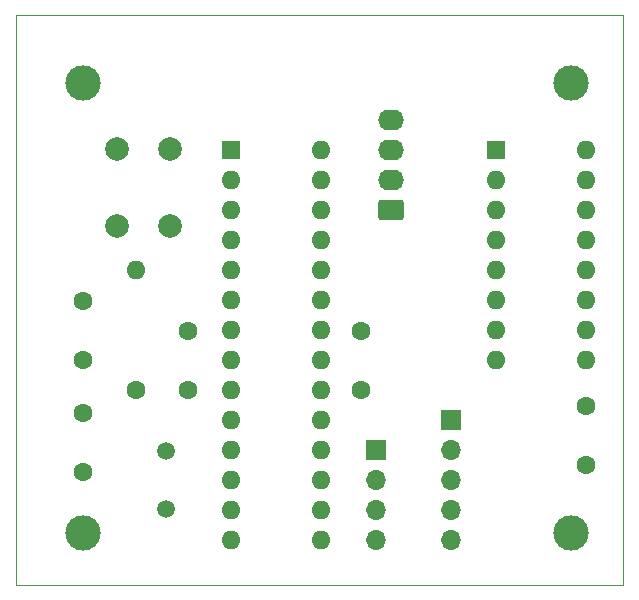
<source format=gbr>
%TF.GenerationSoftware,KiCad,Pcbnew,6.0.0*%
%TF.CreationDate,2022-01-08T11:12:03+01:00*%
%TF.ProjectId,lidar,6c696461-722e-46b6-9963-61645f706362,0.1.0*%
%TF.SameCoordinates,Original*%
%TF.FileFunction,Soldermask,Bot*%
%TF.FilePolarity,Negative*%
%FSLAX46Y46*%
G04 Gerber Fmt 4.6, Leading zero omitted, Abs format (unit mm)*
G04 Created by KiCad (PCBNEW 6.0.0) date 2022-01-08 11:12:03*
%MOMM*%
%LPD*%
G01*
G04 APERTURE LIST*
G04 Aperture macros list*
%AMRoundRect*
0 Rectangle with rounded corners*
0 $1 Rounding radius*
0 $2 $3 $4 $5 $6 $7 $8 $9 X,Y pos of 4 corners*
0 Add a 4 corners polygon primitive as box body*
4,1,4,$2,$3,$4,$5,$6,$7,$8,$9,$2,$3,0*
0 Add four circle primitives for the rounded corners*
1,1,$1+$1,$2,$3*
1,1,$1+$1,$4,$5*
1,1,$1+$1,$6,$7*
1,1,$1+$1,$8,$9*
0 Add four rect primitives between the rounded corners*
20,1,$1+$1,$2,$3,$4,$5,0*
20,1,$1+$1,$4,$5,$6,$7,0*
20,1,$1+$1,$6,$7,$8,$9,0*
20,1,$1+$1,$8,$9,$2,$3,0*%
G04 Aperture macros list end*
%TA.AperFunction,Profile*%
%ADD10C,0.100000*%
%TD*%
%ADD11C,1.600000*%
%ADD12C,3.000000*%
%ADD13R,1.700000X1.700000*%
%ADD14O,1.700000X1.700000*%
%ADD15C,2.000000*%
%ADD16O,1.600000X1.600000*%
%ADD17R,1.600000X1.600000*%
%ADD18C,1.500000*%
%ADD19RoundRect,0.250000X0.845000X-0.620000X0.845000X0.620000X-0.845000X0.620000X-0.845000X-0.620000X0*%
%ADD20O,2.190000X1.740000*%
G04 APERTURE END LIST*
D10*
X49530000Y-62225000D02*
X100965000Y-62225000D01*
X100965000Y-62225000D02*
X100965000Y-110485000D01*
X100965000Y-110485000D02*
X49530000Y-110485000D01*
X49530000Y-110485000D02*
X49530000Y-62225000D01*
D11*
%TO.C,C3*%
X97790000Y-95290000D03*
X97790000Y-100290000D03*
%TD*%
D12*
%TO.C,REF2*%
X96520000Y-67945000D03*
%TD*%
D11*
%TO.C,C4*%
X55245000Y-91395000D03*
X55245000Y-86395000D03*
%TD*%
D13*
%TO.C,J3*%
X86360000Y-96520000D03*
D14*
X86360000Y-99060000D03*
X86360000Y-101600000D03*
X86360000Y-104140000D03*
X86360000Y-106680000D03*
%TD*%
D12*
%TO.C,REF1*%
X55245000Y-67940000D03*
%TD*%
D11*
%TO.C,C1*%
X78740000Y-93935000D03*
X78740000Y-88935000D03*
%TD*%
D15*
%TO.C,SW1*%
X58075000Y-73585000D03*
X58075000Y-80085000D03*
X62575000Y-73585000D03*
X62575000Y-80085000D03*
%TD*%
D11*
%TO.C,R1*%
X59690000Y-93975000D03*
D16*
X59690000Y-83815000D03*
%TD*%
D11*
%TO.C,C5*%
X55245000Y-100925000D03*
X55245000Y-95925000D03*
%TD*%
%TO.C,C2*%
X64135000Y-88935000D03*
X64135000Y-93935000D03*
%TD*%
D12*
%TO.C,REF4*%
X55245000Y-106045000D03*
%TD*%
D17*
%TO.C,U2*%
X90170000Y-73645000D03*
D16*
X90170000Y-76185000D03*
X90170000Y-78725000D03*
X90170000Y-81265000D03*
X90170000Y-83805000D03*
X90170000Y-86345000D03*
X90170000Y-88885000D03*
X90170000Y-91425000D03*
X97790000Y-91425000D03*
X97790000Y-88885000D03*
X97790000Y-86345000D03*
X97790000Y-83805000D03*
X97790000Y-81265000D03*
X97790000Y-78725000D03*
X97790000Y-76185000D03*
X97790000Y-73645000D03*
%TD*%
D13*
%TO.C,J2*%
X80010000Y-99065000D03*
D14*
X80010000Y-101605000D03*
X80010000Y-104145000D03*
X80010000Y-106685000D03*
%TD*%
D12*
%TO.C,REF3*%
X96520000Y-106045000D03*
%TD*%
D17*
%TO.C,U1*%
X67720000Y-73655000D03*
D16*
X67720000Y-76195000D03*
X67720000Y-78735000D03*
X67720000Y-81275000D03*
X67720000Y-83815000D03*
X67720000Y-86355000D03*
X67720000Y-88895000D03*
X67720000Y-91435000D03*
X67720000Y-93975000D03*
X67720000Y-96515000D03*
X67720000Y-99055000D03*
X67720000Y-101595000D03*
X67720000Y-104135000D03*
X67720000Y-106675000D03*
X75340000Y-106675000D03*
X75340000Y-104135000D03*
X75340000Y-101595000D03*
X75340000Y-99055000D03*
X75340000Y-96515000D03*
X75340000Y-93975000D03*
X75340000Y-91435000D03*
X75340000Y-88895000D03*
X75340000Y-86355000D03*
X75340000Y-83815000D03*
X75340000Y-81275000D03*
X75340000Y-78735000D03*
X75340000Y-76195000D03*
X75340000Y-73655000D03*
%TD*%
D18*
%TO.C,Y1*%
X62230000Y-104045000D03*
X62230000Y-99165000D03*
%TD*%
D19*
%TO.C,J1*%
X81300000Y-78735000D03*
D20*
X81300000Y-76195000D03*
X81300000Y-73655000D03*
X81300000Y-71115000D03*
%TD*%
M02*

</source>
